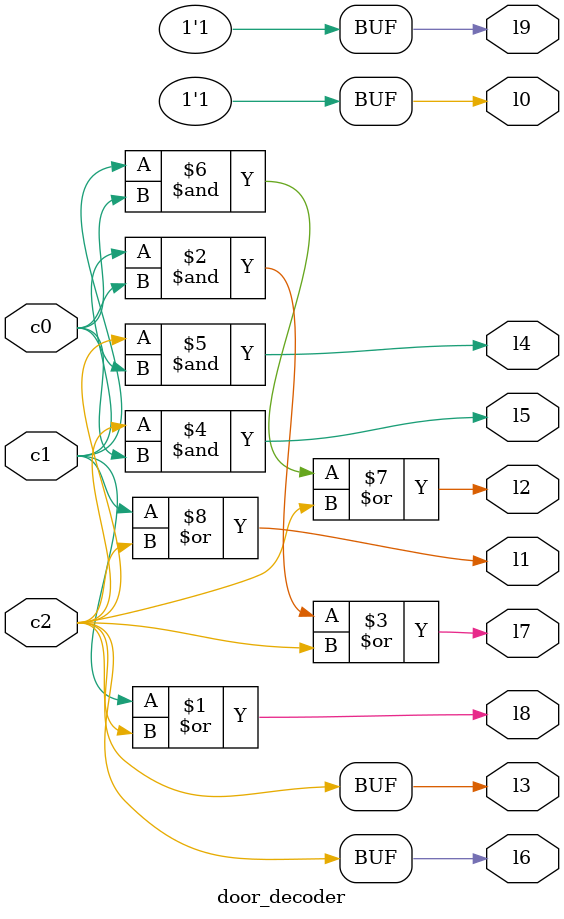
<source format=v>
module door_decoder (
	input c2, c1, c0,
	output l9, l8, l7, l6, l5, l4, l3, l2, l1, l0);
	
	assign l9 = 1;
	assign l8 = (c1) | (c2);
	assign l7 = (c1 & c0) | (c2);
	assign l6 = (c2);
	assign l5 = (c2 & c0);
	assign l4 = (c2 & c0);
	assign l3 = (c2);
	assign l2 = (c1 & c0) | (c2);
	assign l1 = (c1) | (c2);
	assign l0 = 1;
endmodule 
</source>
